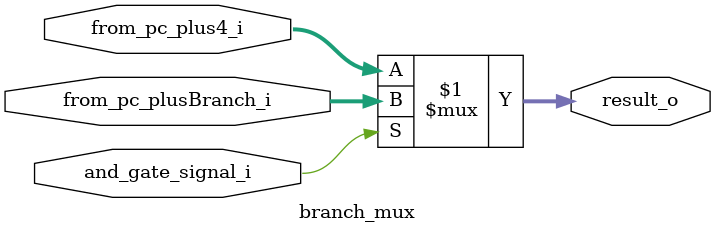
<source format=sv>
`timescale 1ns / 1ps


module branch_mux(
    input  logic [31:0]      from_pc_plus4_i,
    input  logic [31:0]      from_pc_plusBranch_i,
    input  logic             and_gate_signal_i,  
    output logic [31:0]      result_o
    );

    assign result_o = (and_gate_signal_i) ? from_pc_plusBranch_i : from_pc_plus4_i;
    
endmodule

</source>
